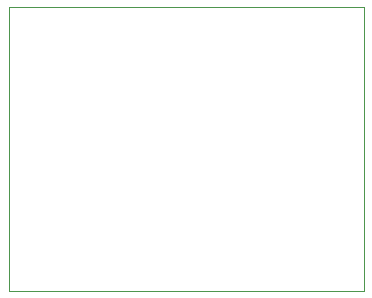
<source format=gbr>
G04 #@! TF.GenerationSoftware,KiCad,Pcbnew,(5.1.5)-3*
G04 #@! TF.CreationDate,2020-06-17T19:37:57+02:00*
G04 #@! TF.ProjectId,LowBatAlarm,4c6f7742-6174-4416-9c61-726d2e6b6963,rev?*
G04 #@! TF.SameCoordinates,Original*
G04 #@! TF.FileFunction,Profile,NP*
%FSLAX46Y46*%
G04 Gerber Fmt 4.6, Leading zero omitted, Abs format (unit mm)*
G04 Created by KiCad (PCBNEW (5.1.5)-3) date 2020-06-17 19:37:57*
%MOMM*%
%LPD*%
G04 APERTURE LIST*
%ADD10C,0.050000*%
G04 APERTURE END LIST*
D10*
X124000000Y-110000000D02*
X124000000Y-86000000D01*
X154000000Y-110000000D02*
X124000000Y-110000000D01*
X154000000Y-86000000D02*
X154000000Y-110000000D01*
X124000000Y-86000000D02*
X154000000Y-86000000D01*
M02*

</source>
